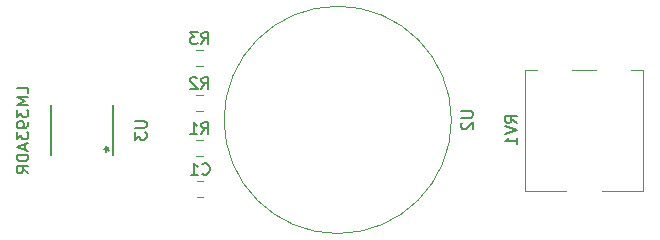
<source format=gbo>
G04 #@! TF.GenerationSoftware,KiCad,Pcbnew,5.1.5-52549c5~86~ubuntu18.04.1*
G04 #@! TF.CreationDate,2020-05-06T11:13:41-04:00*
G04 #@! TF.ProjectId,co_sensor,636f5f73-656e-4736-9f72-2e6b69636164,1.0*
G04 #@! TF.SameCoordinates,Original*
G04 #@! TF.FileFunction,Legend,Bot*
G04 #@! TF.FilePolarity,Positive*
%FSLAX46Y46*%
G04 Gerber Fmt 4.6, Leading zero omitted, Abs format (unit mm)*
G04 Created by KiCad (PCBNEW 5.1.5-52549c5~86~ubuntu18.04.1) date 2020-05-06 11:13:41*
%MOMM*%
%LPD*%
G04 APERTURE LIST*
%ADD10C,0.152400*%
%ADD11C,0.120000*%
%ADD12C,0.150000*%
G04 APERTURE END LIST*
D10*
X140128900Y-120379100D02*
X140128900Y-124620900D01*
X134871100Y-124620900D02*
X134871100Y-120379100D01*
D11*
X147698578Y-120930000D02*
X147181422Y-120930000D01*
X147698578Y-119510000D02*
X147181422Y-119510000D01*
X147698578Y-124740000D02*
X147181422Y-124740000D01*
X147698578Y-123320000D02*
X147181422Y-123320000D01*
X147698578Y-117120000D02*
X147181422Y-117120000D01*
X147698578Y-115700000D02*
X147181422Y-115700000D01*
X147758578Y-128210000D02*
X147241422Y-128210000D01*
X147758578Y-126790000D02*
X147241422Y-126790000D01*
X181490000Y-127620000D02*
X185020000Y-127620000D01*
X174979000Y-127620000D02*
X178510000Y-127620000D01*
X183990000Y-117380000D02*
X185020000Y-117380000D01*
X178991000Y-117380000D02*
X181010000Y-117380000D01*
X174979000Y-117380000D02*
X176009000Y-117380000D01*
X185020000Y-117380000D02*
X185020000Y-127620000D01*
X174979000Y-117380000D02*
X174979000Y-127620000D01*
X168765000Y-121640000D02*
G75*
G03X168765000Y-121640000I-9625000J0D01*
G01*
D12*
X141952380Y-121738095D02*
X142761904Y-121738095D01*
X142857142Y-121785714D01*
X142904761Y-121833333D01*
X142952380Y-121928571D01*
X142952380Y-122119047D01*
X142904761Y-122214285D01*
X142857142Y-122261904D01*
X142761904Y-122309523D01*
X141952380Y-122309523D01*
X141952380Y-122690476D02*
X141952380Y-123309523D01*
X142333333Y-122976190D01*
X142333333Y-123119047D01*
X142380952Y-123214285D01*
X142428571Y-123261904D01*
X142523809Y-123309523D01*
X142761904Y-123309523D01*
X142857142Y-123261904D01*
X142904761Y-123214285D01*
X142952380Y-123119047D01*
X142952380Y-122833333D01*
X142904761Y-122738095D01*
X142857142Y-122690476D01*
X132952380Y-119380952D02*
X132952380Y-118904761D01*
X131952380Y-118904761D01*
X132952380Y-119714285D02*
X131952380Y-119714285D01*
X132666666Y-120047619D01*
X131952380Y-120380952D01*
X132952380Y-120380952D01*
X131952380Y-120761904D02*
X131952380Y-121380952D01*
X132333333Y-121047619D01*
X132333333Y-121190476D01*
X132380952Y-121285714D01*
X132428571Y-121333333D01*
X132523809Y-121380952D01*
X132761904Y-121380952D01*
X132857142Y-121333333D01*
X132904761Y-121285714D01*
X132952380Y-121190476D01*
X132952380Y-120904761D01*
X132904761Y-120809523D01*
X132857142Y-120761904D01*
X132952380Y-121857142D02*
X132952380Y-122047619D01*
X132904761Y-122142857D01*
X132857142Y-122190476D01*
X132714285Y-122285714D01*
X132523809Y-122333333D01*
X132142857Y-122333333D01*
X132047619Y-122285714D01*
X132000000Y-122238095D01*
X131952380Y-122142857D01*
X131952380Y-121952380D01*
X132000000Y-121857142D01*
X132047619Y-121809523D01*
X132142857Y-121761904D01*
X132380952Y-121761904D01*
X132476190Y-121809523D01*
X132523809Y-121857142D01*
X132571428Y-121952380D01*
X132571428Y-122142857D01*
X132523809Y-122238095D01*
X132476190Y-122285714D01*
X132380952Y-122333333D01*
X131952380Y-122666666D02*
X131952380Y-123285714D01*
X132333333Y-122952380D01*
X132333333Y-123095238D01*
X132380952Y-123190476D01*
X132428571Y-123238095D01*
X132523809Y-123285714D01*
X132761904Y-123285714D01*
X132857142Y-123238095D01*
X132904761Y-123190476D01*
X132952380Y-123095238D01*
X132952380Y-122809523D01*
X132904761Y-122714285D01*
X132857142Y-122666666D01*
X132666666Y-123666666D02*
X132666666Y-124142857D01*
X132952380Y-123571428D02*
X131952380Y-123904761D01*
X132952380Y-124238095D01*
X132952380Y-124571428D02*
X131952380Y-124571428D01*
X131952380Y-124809523D01*
X132000000Y-124952380D01*
X132095238Y-125047619D01*
X132190476Y-125095238D01*
X132380952Y-125142857D01*
X132523809Y-125142857D01*
X132714285Y-125095238D01*
X132809523Y-125047619D01*
X132904761Y-124952380D01*
X132952380Y-124809523D01*
X132952380Y-124571428D01*
X132952380Y-126142857D02*
X132476190Y-125809523D01*
X132952380Y-125571428D02*
X131952380Y-125571428D01*
X131952380Y-125952380D01*
X132000000Y-126047619D01*
X132047619Y-126095238D01*
X132142857Y-126142857D01*
X132285714Y-126142857D01*
X132380952Y-126095238D01*
X132428571Y-126047619D01*
X132476190Y-125952380D01*
X132476190Y-125571428D01*
X139378080Y-124112900D02*
X139616176Y-124112900D01*
X139520938Y-123874804D02*
X139616176Y-124112900D01*
X139520938Y-124350995D01*
X139806652Y-123970042D02*
X139616176Y-124112900D01*
X139806652Y-124255757D01*
X139378080Y-124112900D02*
X139616176Y-124112900D01*
X139520938Y-123874804D02*
X139616176Y-124112900D01*
X139520938Y-124350995D01*
X139806652Y-123970042D02*
X139616176Y-124112900D01*
X139806652Y-124255757D01*
X147606666Y-119022380D02*
X147940000Y-118546190D01*
X148178095Y-119022380D02*
X148178095Y-118022380D01*
X147797142Y-118022380D01*
X147701904Y-118070000D01*
X147654285Y-118117619D01*
X147606666Y-118212857D01*
X147606666Y-118355714D01*
X147654285Y-118450952D01*
X147701904Y-118498571D01*
X147797142Y-118546190D01*
X148178095Y-118546190D01*
X147225714Y-118117619D02*
X147178095Y-118070000D01*
X147082857Y-118022380D01*
X146844761Y-118022380D01*
X146749523Y-118070000D01*
X146701904Y-118117619D01*
X146654285Y-118212857D01*
X146654285Y-118308095D01*
X146701904Y-118450952D01*
X147273333Y-119022380D01*
X146654285Y-119022380D01*
X147606666Y-122832380D02*
X147940000Y-122356190D01*
X148178095Y-122832380D02*
X148178095Y-121832380D01*
X147797142Y-121832380D01*
X147701904Y-121880000D01*
X147654285Y-121927619D01*
X147606666Y-122022857D01*
X147606666Y-122165714D01*
X147654285Y-122260952D01*
X147701904Y-122308571D01*
X147797142Y-122356190D01*
X148178095Y-122356190D01*
X146654285Y-122832380D02*
X147225714Y-122832380D01*
X146940000Y-122832380D02*
X146940000Y-121832380D01*
X147035238Y-121975238D01*
X147130476Y-122070476D01*
X147225714Y-122118095D01*
X147606666Y-115212380D02*
X147940000Y-114736190D01*
X148178095Y-115212380D02*
X148178095Y-114212380D01*
X147797142Y-114212380D01*
X147701904Y-114260000D01*
X147654285Y-114307619D01*
X147606666Y-114402857D01*
X147606666Y-114545714D01*
X147654285Y-114640952D01*
X147701904Y-114688571D01*
X147797142Y-114736190D01*
X148178095Y-114736190D01*
X147273333Y-114212380D02*
X146654285Y-114212380D01*
X146987619Y-114593333D01*
X146844761Y-114593333D01*
X146749523Y-114640952D01*
X146701904Y-114688571D01*
X146654285Y-114783809D01*
X146654285Y-115021904D01*
X146701904Y-115117142D01*
X146749523Y-115164761D01*
X146844761Y-115212380D01*
X147130476Y-115212380D01*
X147225714Y-115164761D01*
X147273333Y-115117142D01*
X147666666Y-126207142D02*
X147714285Y-126254761D01*
X147857142Y-126302380D01*
X147952380Y-126302380D01*
X148095238Y-126254761D01*
X148190476Y-126159523D01*
X148238095Y-126064285D01*
X148285714Y-125873809D01*
X148285714Y-125730952D01*
X148238095Y-125540476D01*
X148190476Y-125445238D01*
X148095238Y-125350000D01*
X147952380Y-125302380D01*
X147857142Y-125302380D01*
X147714285Y-125350000D01*
X147666666Y-125397619D01*
X146714285Y-126302380D02*
X147285714Y-126302380D01*
X147000000Y-126302380D02*
X147000000Y-125302380D01*
X147095238Y-125445238D01*
X147190476Y-125540476D01*
X147285714Y-125588095D01*
X174302380Y-121904761D02*
X173826190Y-121571428D01*
X174302380Y-121333333D02*
X173302380Y-121333333D01*
X173302380Y-121714285D01*
X173350000Y-121809523D01*
X173397619Y-121857142D01*
X173492857Y-121904761D01*
X173635714Y-121904761D01*
X173730952Y-121857142D01*
X173778571Y-121809523D01*
X173826190Y-121714285D01*
X173826190Y-121333333D01*
X173302380Y-122190476D02*
X174302380Y-122523809D01*
X173302380Y-122857142D01*
X174302380Y-123714285D02*
X174302380Y-123142857D01*
X174302380Y-123428571D02*
X173302380Y-123428571D01*
X173445238Y-123333333D01*
X173540476Y-123238095D01*
X173588095Y-123142857D01*
X169592380Y-120878095D02*
X170401904Y-120878095D01*
X170497142Y-120925714D01*
X170544761Y-120973333D01*
X170592380Y-121068571D01*
X170592380Y-121259047D01*
X170544761Y-121354285D01*
X170497142Y-121401904D01*
X170401904Y-121449523D01*
X169592380Y-121449523D01*
X169687619Y-121878095D02*
X169640000Y-121925714D01*
X169592380Y-122020952D01*
X169592380Y-122259047D01*
X169640000Y-122354285D01*
X169687619Y-122401904D01*
X169782857Y-122449523D01*
X169878095Y-122449523D01*
X170020952Y-122401904D01*
X170592380Y-121830476D01*
X170592380Y-122449523D01*
M02*

</source>
